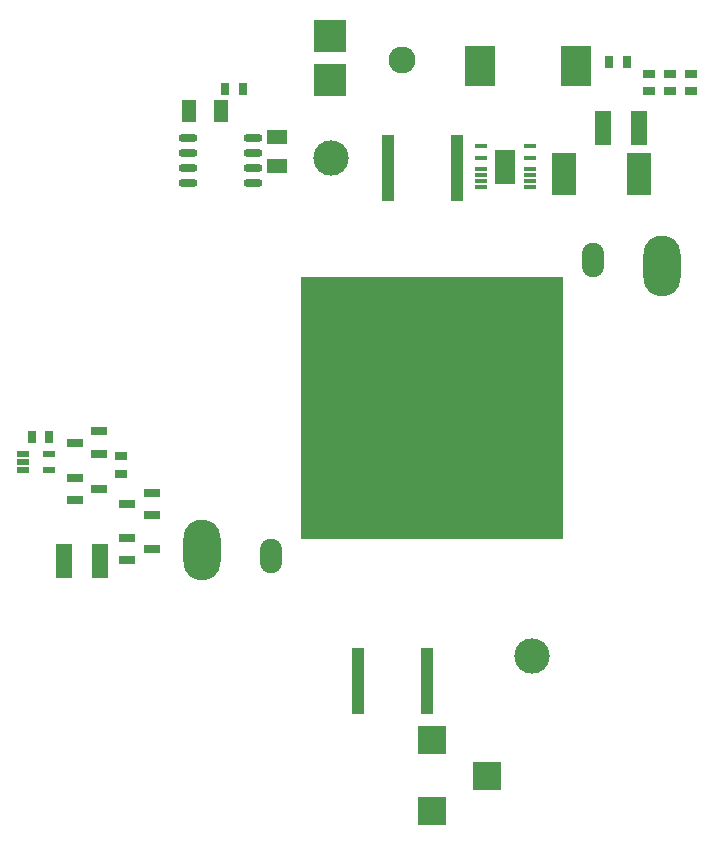
<source format=gts>
G04 Layer_Color=8388736*
%FSLAX24Y24*%
%MOIN*%
G70*
G01*
G75*
%ADD43R,0.0651X0.0454*%
%ADD44O,0.0631X0.0296*%
%ADD45R,0.0257X0.0414*%
%ADD46R,0.0414X0.0257*%
%ADD47R,0.0434X0.2186*%
%ADD48R,0.0552X0.1162*%
%ADD49R,0.0828X0.1438*%
%ADD50R,0.0414X0.0178*%
%ADD51R,0.0710X0.1182*%
%ADD52R,0.1044X0.1320*%
%ADD53R,0.0572X0.0296*%
%ADD54R,0.0394X0.0197*%
%ADD55O,0.1241X0.2029*%
%ADD56R,0.8721X0.8721*%
%ADD57R,0.0493X0.0729*%
%ADD58R,0.1060X0.1060*%
%ADD59O,0.0729X0.1162*%
%ADD60R,0.0926X0.0926*%
%ADD61C,0.1175*%
%ADD62C,0.0900*%
D43*
X-5150Y9022D02*
D03*
Y8078D02*
D03*
D44*
X-8123Y9000D02*
D03*
Y8500D02*
D03*
Y8000D02*
D03*
Y7500D02*
D03*
X-5977Y9000D02*
D03*
Y8500D02*
D03*
Y8000D02*
D03*
Y7500D02*
D03*
D45*
X-6895Y10650D02*
D03*
X-6305D02*
D03*
X5905Y11550D02*
D03*
X6495D02*
D03*
X-12755Y-950D02*
D03*
X-13345D02*
D03*
D46*
X8650Y11145D02*
D03*
Y10555D02*
D03*
X7950Y11145D02*
D03*
Y10555D02*
D03*
X7250Y11145D02*
D03*
Y10555D02*
D03*
X-10350Y-1605D02*
D03*
Y-2195D02*
D03*
D47*
X-2452Y-9100D02*
D03*
X-148D02*
D03*
X-1452Y8000D02*
D03*
X852D02*
D03*
D48*
X6900Y9340D02*
D03*
X5700D02*
D03*
X-12250Y-5090D02*
D03*
X-11050D02*
D03*
D49*
X6900Y7800D02*
D03*
X4400D02*
D03*
D50*
X1643Y8739D02*
D03*
Y8345D02*
D03*
Y7952D02*
D03*
Y7755D02*
D03*
Y7558D02*
D03*
Y7361D02*
D03*
X3257Y8739D02*
D03*
Y8345D02*
D03*
Y7952D02*
D03*
Y7755D02*
D03*
Y7558D02*
D03*
Y7361D02*
D03*
D51*
X2450Y8050D02*
D03*
D52*
X1606Y11400D02*
D03*
X4794D02*
D03*
D53*
X-11087Y-1524D02*
D03*
Y-776D02*
D03*
X-11913Y-1150D02*
D03*
Y-2326D02*
D03*
Y-3074D02*
D03*
X-11087Y-2700D02*
D03*
X-10163Y-4326D02*
D03*
Y-5074D02*
D03*
X-9337Y-4700D02*
D03*
Y-3574D02*
D03*
Y-2826D02*
D03*
X-10163Y-3200D02*
D03*
D54*
X-12767Y-1544D02*
D03*
Y-2056D02*
D03*
X-13633D02*
D03*
Y-1800D02*
D03*
Y-1544D02*
D03*
D55*
X7677Y4724D02*
D03*
X-7677Y-4724D02*
D03*
D56*
X0Y0D02*
D03*
D57*
X-7018Y9900D02*
D03*
X-8081D02*
D03*
D58*
X-3400Y10950D02*
D03*
Y12400D02*
D03*
D59*
X5358Y4937D02*
D03*
X-5358Y-4937D02*
D03*
D60*
X0Y-11069D02*
D03*
Y-13431D02*
D03*
X1850Y-12250D02*
D03*
D61*
X3350Y-8250D02*
D03*
X-3350Y8350D02*
D03*
D62*
X-1000Y11600D02*
D03*
M02*

</source>
